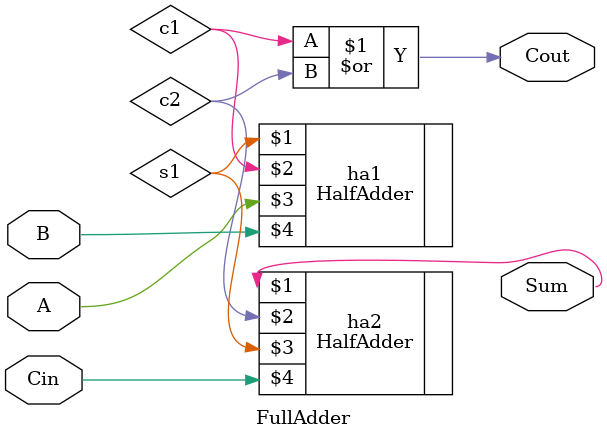
<source format=v>
module FullAdder(Sum,Cout,A,B,Cin);
	input A,B,Cin;
	output Sum,Cout;
	
	HalfAdder ha1(s1,c1,A,B);
	//s1 = a xor B // c1 = A.B
	HalfAdder ha2(Sum,c2,s1,Cin);

	or or1(Cout,c1,c2);
endmodule
	
</source>
